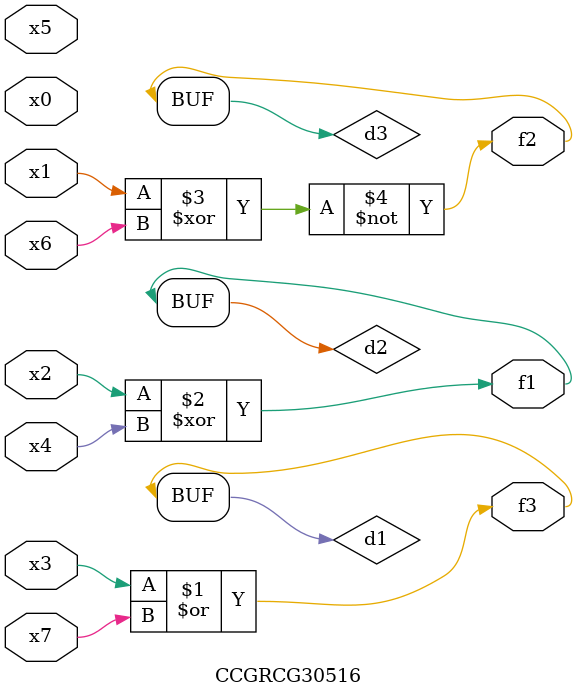
<source format=v>
module CCGRCG30516(
	input x0, x1, x2, x3, x4, x5, x6, x7,
	output f1, f2, f3
);

	wire d1, d2, d3;

	or (d1, x3, x7);
	xor (d2, x2, x4);
	xnor (d3, x1, x6);
	assign f1 = d2;
	assign f2 = d3;
	assign f3 = d1;
endmodule

</source>
